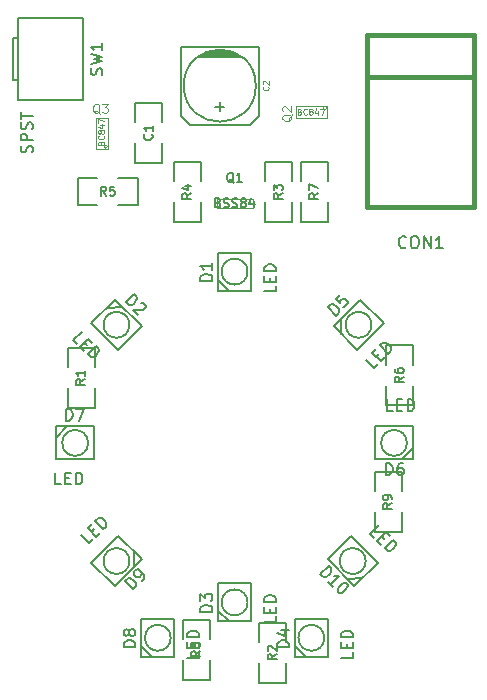
<source format=gto>
G04 (created by PCBNEW (2013-07-07 BZR 4022)-stable) date 7.12.2014. 23:29:36*
%MOIN*%
G04 Gerber Fmt 3.4, Leading zero omitted, Abs format*
%FSLAX34Y34*%
G01*
G70*
G90*
G04 APERTURE LIST*
%ADD10C,0.00590551*%
%ADD11C,0.0031*%
%ADD12C,0.005*%
%ADD13C,0.015*%
%ADD14C,0.0047*%
%ADD15C,0.0039*%
%ADD16C,0.008*%
%ADD17C,0.0051*%
G04 APERTURE END LIST*
G54D10*
G54D11*
X12995Y-10994D02*
G75*
G03X12995Y-10994I-62J0D01*
G74*
G01*
X12595Y-10031D02*
X12995Y-10031D01*
X12595Y-11056D02*
X12995Y-11056D01*
X12995Y-10031D02*
X12995Y-11056D01*
X12595Y-11056D02*
X12595Y-10031D01*
X20309Y-9704D02*
G75*
G03X20309Y-9704I-62J0D01*
G74*
G01*
X19283Y-10042D02*
X19283Y-9642D01*
X20308Y-10042D02*
X20308Y-9642D01*
X19283Y-9642D02*
X20308Y-9642D01*
X20308Y-10042D02*
X19283Y-10042D01*
G54D12*
X14820Y-9531D02*
X13920Y-9531D01*
X13920Y-9531D02*
X13920Y-10181D01*
X14820Y-10881D02*
X14820Y-11531D01*
X14820Y-11531D02*
X13920Y-11531D01*
X13920Y-11531D02*
X13920Y-10881D01*
X14820Y-10181D02*
X14820Y-9531D01*
X21892Y-23834D02*
X22792Y-23834D01*
X22792Y-23834D02*
X22792Y-23184D01*
X21892Y-22484D02*
X21892Y-21834D01*
X21892Y-21834D02*
X22792Y-21834D01*
X22792Y-21834D02*
X22792Y-22484D01*
X21892Y-23184D02*
X21892Y-23834D01*
X15494Y-28755D02*
X16394Y-28755D01*
X16394Y-28755D02*
X16394Y-28105D01*
X15494Y-27405D02*
X15494Y-26755D01*
X15494Y-26755D02*
X16394Y-26755D01*
X16394Y-26755D02*
X16394Y-27405D01*
X15494Y-28105D02*
X15494Y-28755D01*
X22286Y-19602D02*
X23186Y-19602D01*
X23186Y-19602D02*
X23186Y-18952D01*
X22286Y-18252D02*
X22286Y-17602D01*
X22286Y-17602D02*
X23186Y-17602D01*
X23186Y-17602D02*
X23186Y-18252D01*
X22286Y-18952D02*
X22286Y-19602D01*
X18953Y-26854D02*
X18053Y-26854D01*
X18053Y-26854D02*
X18053Y-27504D01*
X18953Y-28204D02*
X18953Y-28854D01*
X18953Y-28854D02*
X18053Y-28854D01*
X18053Y-28854D02*
X18053Y-28204D01*
X18953Y-27504D02*
X18953Y-26854D01*
X12556Y-17700D02*
X11656Y-17700D01*
X11656Y-17700D02*
X11656Y-18350D01*
X12556Y-19050D02*
X12556Y-19700D01*
X12556Y-19700D02*
X11656Y-19700D01*
X11656Y-19700D02*
X11656Y-19050D01*
X12556Y-18350D02*
X12556Y-17700D01*
X19431Y-13500D02*
X20331Y-13500D01*
X20331Y-13500D02*
X20331Y-12850D01*
X19431Y-12150D02*
X19431Y-11500D01*
X19431Y-11500D02*
X20331Y-11500D01*
X20331Y-11500D02*
X20331Y-12150D01*
X19431Y-12850D02*
X19431Y-13500D01*
X18250Y-13500D02*
X19150Y-13500D01*
X19150Y-13500D02*
X19150Y-12850D01*
X18250Y-12150D02*
X18250Y-11500D01*
X18250Y-11500D02*
X19150Y-11500D01*
X19150Y-11500D02*
X19150Y-12150D01*
X18250Y-12850D02*
X18250Y-13500D01*
X15199Y-13500D02*
X16099Y-13500D01*
X16099Y-13500D02*
X16099Y-12850D01*
X15199Y-12150D02*
X15199Y-11500D01*
X15199Y-11500D02*
X16099Y-11500D01*
X16099Y-11500D02*
X16099Y-12150D01*
X15199Y-12850D02*
X15199Y-13500D01*
X13992Y-12950D02*
X13992Y-12050D01*
X13992Y-12050D02*
X13342Y-12050D01*
X12642Y-12950D02*
X11992Y-12950D01*
X11992Y-12950D02*
X11992Y-12050D01*
X11992Y-12050D02*
X12642Y-12050D01*
X13342Y-12950D02*
X13992Y-12950D01*
G54D10*
X17656Y-15157D02*
G75*
G03X17656Y-15157I-431J0D01*
G74*
G01*
X16673Y-15433D02*
X17047Y-15787D01*
X16673Y-14527D02*
X17775Y-14527D01*
X17775Y-14527D02*
X17775Y-15787D01*
X17775Y-15787D02*
X16673Y-15787D01*
X16673Y-15787D02*
X16673Y-14527D01*
X21593Y-24803D02*
G75*
G03X21593Y-24803I-431J0D01*
G74*
G01*
X20966Y-25387D02*
X21481Y-25373D01*
X20326Y-24747D02*
X21105Y-23967D01*
X21105Y-23967D02*
X21996Y-24858D01*
X21996Y-24858D02*
X21217Y-25638D01*
X21217Y-25638D02*
X20326Y-24747D01*
X13719Y-24803D02*
G75*
G03X13719Y-24803I-431J0D01*
G74*
G01*
X13872Y-24998D02*
X13858Y-24483D01*
X13231Y-25638D02*
X12452Y-24858D01*
X12452Y-24858D02*
X13343Y-23967D01*
X13343Y-23967D02*
X14122Y-24747D01*
X14122Y-24747D02*
X13231Y-25638D01*
X15097Y-27362D02*
G75*
G03X15097Y-27362I-431J0D01*
G74*
G01*
X14114Y-27637D02*
X14488Y-27992D01*
X14114Y-26732D02*
X15216Y-26732D01*
X15216Y-26732D02*
X15216Y-27992D01*
X15216Y-27992D02*
X14114Y-27992D01*
X14114Y-27992D02*
X14114Y-26732D01*
X12341Y-20866D02*
G75*
G03X12341Y-20866I-431J0D01*
G74*
G01*
X11633Y-20314D02*
X11279Y-20688D01*
X12539Y-20314D02*
X12539Y-21417D01*
X12539Y-21417D02*
X11279Y-21417D01*
X11279Y-21417D02*
X11279Y-20314D01*
X11279Y-20314D02*
X12539Y-20314D01*
X22971Y-20866D02*
G75*
G03X22971Y-20866I-431J0D01*
G74*
G01*
X22814Y-21417D02*
X23169Y-21043D01*
X21909Y-21417D02*
X21909Y-20314D01*
X21909Y-20314D02*
X23169Y-20314D01*
X23169Y-20314D02*
X23169Y-21417D01*
X23169Y-21417D02*
X21909Y-21417D01*
X21789Y-16929D02*
G75*
G03X21789Y-16929I-431J0D01*
G74*
G01*
X20773Y-16734D02*
X20787Y-17249D01*
X21413Y-16093D02*
X22193Y-16873D01*
X22193Y-16873D02*
X21302Y-17764D01*
X21302Y-17764D02*
X20523Y-16984D01*
X20523Y-16984D02*
X21413Y-16093D01*
X20215Y-27362D02*
G75*
G03X20215Y-27362I-431J0D01*
G74*
G01*
X19232Y-27637D02*
X19606Y-27992D01*
X19232Y-26732D02*
X20334Y-26732D01*
X20334Y-26732D02*
X20334Y-27992D01*
X20334Y-27992D02*
X19232Y-27992D01*
X19232Y-27992D02*
X19232Y-26732D01*
X17656Y-26181D02*
G75*
G03X17656Y-26181I-431J0D01*
G74*
G01*
X16673Y-26456D02*
X17047Y-26811D01*
X16673Y-25551D02*
X17775Y-25551D01*
X17775Y-25551D02*
X17775Y-26811D01*
X17775Y-26811D02*
X16673Y-26811D01*
X16673Y-26811D02*
X16673Y-25551D01*
X13719Y-16929D02*
G75*
G03X13719Y-16929I-431J0D01*
G74*
G01*
X13482Y-16344D02*
X12967Y-16358D01*
X14122Y-16984D02*
X13343Y-17764D01*
X13343Y-17764D02*
X12452Y-16873D01*
X12452Y-16873D02*
X13231Y-16093D01*
X13231Y-16093D02*
X14122Y-16984D01*
G54D13*
X25197Y-8661D02*
X21653Y-8661D01*
X25197Y-7283D02*
X21653Y-7283D01*
X21653Y-7283D02*
X21653Y-12992D01*
X21653Y-12992D02*
X25197Y-12992D01*
X25197Y-12992D02*
X25197Y-7283D01*
G54D10*
X10019Y-7362D02*
X9822Y-7362D01*
X9822Y-7362D02*
X9822Y-8779D01*
X9822Y-8779D02*
X10019Y-8779D01*
X10019Y-6692D02*
X10019Y-9448D01*
X10019Y-9448D02*
X12165Y-9448D01*
X12165Y-9448D02*
X12165Y-6692D01*
X12165Y-6692D02*
X10019Y-6692D01*
G54D14*
X16624Y-12743D02*
X17824Y-12743D01*
X17824Y-12743D02*
X17824Y-13043D01*
X17824Y-13043D02*
X16624Y-13043D01*
X16624Y-13043D02*
X16624Y-12743D01*
G54D12*
X17032Y-7806D02*
X16432Y-7806D01*
X16282Y-7856D02*
X17182Y-7856D01*
X17282Y-7906D02*
X16182Y-7906D01*
X16082Y-7956D02*
X17382Y-7956D01*
X17432Y-8006D02*
X16032Y-8006D01*
X17932Y-8956D02*
G75*
G03X17932Y-8956I-1200J0D01*
G74*
G01*
X18032Y-7656D02*
X15432Y-7656D01*
X15432Y-7656D02*
X15432Y-9956D01*
X15432Y-9956D02*
X15732Y-10256D01*
X15732Y-10256D02*
X17732Y-10256D01*
X17732Y-10256D02*
X18032Y-9956D01*
X18032Y-9956D02*
X18032Y-7656D01*
X16732Y-9806D02*
X16732Y-9506D01*
X16882Y-9656D02*
X16582Y-9656D01*
G54D14*
X12727Y-9894D02*
X12699Y-9880D01*
X12670Y-9851D01*
X12627Y-9808D01*
X12599Y-9794D01*
X12570Y-9794D01*
X12584Y-9865D02*
X12556Y-9851D01*
X12527Y-9823D01*
X12513Y-9765D01*
X12513Y-9665D01*
X12527Y-9608D01*
X12556Y-9580D01*
X12584Y-9565D01*
X12641Y-9565D01*
X12670Y-9580D01*
X12699Y-9608D01*
X12713Y-9665D01*
X12713Y-9765D01*
X12699Y-9823D01*
X12670Y-9851D01*
X12641Y-9865D01*
X12584Y-9865D01*
X12813Y-9565D02*
X12999Y-9565D01*
X12899Y-9680D01*
X12941Y-9680D01*
X12970Y-9694D01*
X12984Y-9708D01*
X12999Y-9737D01*
X12999Y-9808D01*
X12984Y-9837D01*
X12970Y-9851D01*
X12941Y-9865D01*
X12856Y-9865D01*
X12827Y-9851D01*
X12813Y-9837D01*
G54D15*
X12771Y-10872D02*
X12781Y-10844D01*
X12790Y-10834D01*
X12809Y-10825D01*
X12837Y-10825D01*
X12856Y-10834D01*
X12865Y-10844D01*
X12875Y-10862D01*
X12875Y-10938D01*
X12678Y-10938D01*
X12678Y-10872D01*
X12687Y-10853D01*
X12696Y-10844D01*
X12715Y-10834D01*
X12734Y-10834D01*
X12753Y-10844D01*
X12762Y-10853D01*
X12771Y-10872D01*
X12771Y-10938D01*
X12856Y-10628D02*
X12865Y-10637D01*
X12875Y-10665D01*
X12875Y-10684D01*
X12865Y-10712D01*
X12846Y-10731D01*
X12828Y-10741D01*
X12790Y-10750D01*
X12762Y-10750D01*
X12724Y-10741D01*
X12706Y-10731D01*
X12687Y-10712D01*
X12678Y-10684D01*
X12678Y-10665D01*
X12687Y-10637D01*
X12696Y-10628D01*
X12762Y-10515D02*
X12753Y-10534D01*
X12743Y-10544D01*
X12724Y-10553D01*
X12715Y-10553D01*
X12696Y-10544D01*
X12687Y-10534D01*
X12678Y-10515D01*
X12678Y-10478D01*
X12687Y-10459D01*
X12696Y-10450D01*
X12715Y-10440D01*
X12724Y-10440D01*
X12743Y-10450D01*
X12753Y-10459D01*
X12762Y-10478D01*
X12762Y-10515D01*
X12771Y-10534D01*
X12781Y-10544D01*
X12799Y-10553D01*
X12837Y-10553D01*
X12856Y-10544D01*
X12865Y-10534D01*
X12875Y-10515D01*
X12875Y-10478D01*
X12865Y-10459D01*
X12856Y-10450D01*
X12837Y-10440D01*
X12799Y-10440D01*
X12781Y-10450D01*
X12771Y-10459D01*
X12762Y-10478D01*
X12743Y-10271D02*
X12875Y-10271D01*
X12668Y-10318D02*
X12809Y-10365D01*
X12809Y-10243D01*
X12678Y-10187D02*
X12678Y-10056D01*
X12875Y-10140D01*
G54D14*
X19146Y-9910D02*
X19132Y-9938D01*
X19103Y-9967D01*
X19060Y-10010D01*
X19046Y-10038D01*
X19046Y-10067D01*
X19117Y-10052D02*
X19103Y-10081D01*
X19075Y-10110D01*
X19017Y-10124D01*
X18917Y-10124D01*
X18860Y-10110D01*
X18832Y-10081D01*
X18817Y-10052D01*
X18817Y-9995D01*
X18832Y-9967D01*
X18860Y-9938D01*
X18917Y-9924D01*
X19017Y-9924D01*
X19075Y-9938D01*
X19103Y-9967D01*
X19117Y-9995D01*
X19117Y-10052D01*
X18846Y-9810D02*
X18832Y-9795D01*
X18817Y-9767D01*
X18817Y-9695D01*
X18832Y-9667D01*
X18846Y-9652D01*
X18875Y-9638D01*
X18903Y-9638D01*
X18946Y-9652D01*
X19117Y-9824D01*
X19117Y-9638D01*
G54D15*
X19392Y-9819D02*
X19420Y-9828D01*
X19430Y-9837D01*
X19439Y-9856D01*
X19439Y-9884D01*
X19430Y-9903D01*
X19420Y-9912D01*
X19401Y-9922D01*
X19326Y-9922D01*
X19326Y-9725D01*
X19392Y-9725D01*
X19411Y-9734D01*
X19420Y-9744D01*
X19430Y-9762D01*
X19430Y-9781D01*
X19420Y-9800D01*
X19411Y-9809D01*
X19392Y-9819D01*
X19326Y-9819D01*
X19636Y-9903D02*
X19627Y-9912D01*
X19598Y-9922D01*
X19580Y-9922D01*
X19552Y-9912D01*
X19533Y-9894D01*
X19523Y-9875D01*
X19514Y-9837D01*
X19514Y-9809D01*
X19523Y-9772D01*
X19533Y-9753D01*
X19552Y-9734D01*
X19580Y-9725D01*
X19598Y-9725D01*
X19627Y-9734D01*
X19636Y-9744D01*
X19749Y-9809D02*
X19730Y-9800D01*
X19720Y-9790D01*
X19711Y-9772D01*
X19711Y-9762D01*
X19720Y-9744D01*
X19730Y-9734D01*
X19749Y-9725D01*
X19786Y-9725D01*
X19805Y-9734D01*
X19814Y-9744D01*
X19824Y-9762D01*
X19824Y-9772D01*
X19814Y-9790D01*
X19805Y-9800D01*
X19786Y-9809D01*
X19749Y-9809D01*
X19730Y-9819D01*
X19720Y-9828D01*
X19711Y-9847D01*
X19711Y-9884D01*
X19720Y-9903D01*
X19730Y-9912D01*
X19749Y-9922D01*
X19786Y-9922D01*
X19805Y-9912D01*
X19814Y-9903D01*
X19824Y-9884D01*
X19824Y-9847D01*
X19814Y-9828D01*
X19805Y-9819D01*
X19786Y-9809D01*
X19992Y-9790D02*
X19992Y-9922D01*
X19946Y-9715D02*
X19899Y-9856D01*
X20021Y-9856D01*
X20077Y-9725D02*
X20208Y-9725D01*
X20124Y-9922D01*
G54D12*
X14462Y-10581D02*
X14477Y-10595D01*
X14491Y-10638D01*
X14491Y-10667D01*
X14477Y-10710D01*
X14448Y-10738D01*
X14420Y-10752D01*
X14362Y-10767D01*
X14320Y-10767D01*
X14262Y-10752D01*
X14234Y-10738D01*
X14205Y-10710D01*
X14191Y-10667D01*
X14191Y-10638D01*
X14205Y-10595D01*
X14220Y-10581D01*
X14491Y-10295D02*
X14491Y-10467D01*
X14491Y-10381D02*
X14191Y-10381D01*
X14234Y-10410D01*
X14262Y-10438D01*
X14277Y-10467D01*
X22463Y-22884D02*
X22321Y-22984D01*
X22463Y-23056D02*
X22163Y-23056D01*
X22163Y-22941D01*
X22178Y-22913D01*
X22192Y-22898D01*
X22221Y-22884D01*
X22263Y-22884D01*
X22292Y-22898D01*
X22306Y-22913D01*
X22321Y-22941D01*
X22321Y-23056D01*
X22463Y-22741D02*
X22463Y-22684D01*
X22449Y-22656D01*
X22435Y-22641D01*
X22392Y-22613D01*
X22335Y-22598D01*
X22221Y-22598D01*
X22192Y-22613D01*
X22178Y-22627D01*
X22163Y-22656D01*
X22163Y-22713D01*
X22178Y-22741D01*
X22192Y-22756D01*
X22221Y-22770D01*
X22292Y-22770D01*
X22321Y-22756D01*
X22335Y-22741D01*
X22349Y-22713D01*
X22349Y-22656D01*
X22335Y-22627D01*
X22321Y-22613D01*
X22292Y-22598D01*
X16066Y-27805D02*
X15923Y-27905D01*
X16066Y-27977D02*
X15766Y-27977D01*
X15766Y-27863D01*
X15780Y-27834D01*
X15794Y-27820D01*
X15823Y-27805D01*
X15866Y-27805D01*
X15894Y-27820D01*
X15909Y-27834D01*
X15923Y-27863D01*
X15923Y-27977D01*
X15894Y-27634D02*
X15880Y-27663D01*
X15866Y-27677D01*
X15837Y-27691D01*
X15823Y-27691D01*
X15794Y-27677D01*
X15780Y-27663D01*
X15766Y-27634D01*
X15766Y-27577D01*
X15780Y-27548D01*
X15794Y-27534D01*
X15823Y-27520D01*
X15837Y-27520D01*
X15866Y-27534D01*
X15880Y-27548D01*
X15894Y-27577D01*
X15894Y-27634D01*
X15909Y-27663D01*
X15923Y-27677D01*
X15952Y-27691D01*
X16009Y-27691D01*
X16037Y-27677D01*
X16052Y-27663D01*
X16066Y-27634D01*
X16066Y-27577D01*
X16052Y-27548D01*
X16037Y-27534D01*
X16009Y-27520D01*
X15952Y-27520D01*
X15923Y-27534D01*
X15909Y-27548D01*
X15894Y-27577D01*
X22857Y-18652D02*
X22714Y-18752D01*
X22857Y-18823D02*
X22557Y-18823D01*
X22557Y-18709D01*
X22571Y-18680D01*
X22586Y-18666D01*
X22614Y-18652D01*
X22657Y-18652D01*
X22686Y-18666D01*
X22700Y-18680D01*
X22714Y-18709D01*
X22714Y-18823D01*
X22557Y-18395D02*
X22557Y-18452D01*
X22571Y-18480D01*
X22586Y-18495D01*
X22629Y-18523D01*
X22686Y-18538D01*
X22800Y-18538D01*
X22829Y-18523D01*
X22843Y-18509D01*
X22857Y-18480D01*
X22857Y-18423D01*
X22843Y-18395D01*
X22829Y-18380D01*
X22800Y-18366D01*
X22729Y-18366D01*
X22700Y-18380D01*
X22686Y-18395D01*
X22671Y-18423D01*
X22671Y-18480D01*
X22686Y-18509D01*
X22700Y-18523D01*
X22729Y-18538D01*
X18625Y-27904D02*
X18482Y-28004D01*
X18625Y-28075D02*
X18325Y-28075D01*
X18325Y-27961D01*
X18339Y-27932D01*
X18353Y-27918D01*
X18382Y-27904D01*
X18425Y-27904D01*
X18453Y-27918D01*
X18468Y-27932D01*
X18482Y-27961D01*
X18482Y-28075D01*
X18353Y-27790D02*
X18339Y-27775D01*
X18325Y-27747D01*
X18325Y-27675D01*
X18339Y-27647D01*
X18353Y-27632D01*
X18382Y-27618D01*
X18411Y-27618D01*
X18453Y-27632D01*
X18625Y-27804D01*
X18625Y-27618D01*
X12227Y-18750D02*
X12084Y-18850D01*
X12227Y-18922D02*
X11927Y-18922D01*
X11927Y-18807D01*
X11942Y-18779D01*
X11956Y-18765D01*
X11984Y-18750D01*
X12027Y-18750D01*
X12056Y-18765D01*
X12070Y-18779D01*
X12084Y-18807D01*
X12084Y-18922D01*
X12227Y-18465D02*
X12227Y-18636D01*
X12227Y-18550D02*
X11927Y-18550D01*
X11970Y-18579D01*
X11999Y-18607D01*
X12013Y-18636D01*
X20003Y-12550D02*
X19860Y-12650D01*
X20003Y-12721D02*
X19703Y-12721D01*
X19703Y-12607D01*
X19717Y-12578D01*
X19731Y-12564D01*
X19760Y-12550D01*
X19803Y-12550D01*
X19831Y-12564D01*
X19846Y-12578D01*
X19860Y-12607D01*
X19860Y-12721D01*
X19703Y-12450D02*
X19703Y-12250D01*
X20003Y-12378D01*
X18822Y-12550D02*
X18679Y-12650D01*
X18822Y-12721D02*
X18522Y-12721D01*
X18522Y-12607D01*
X18536Y-12578D01*
X18550Y-12564D01*
X18579Y-12550D01*
X18622Y-12550D01*
X18650Y-12564D01*
X18665Y-12578D01*
X18679Y-12607D01*
X18679Y-12721D01*
X18522Y-12450D02*
X18522Y-12264D01*
X18636Y-12364D01*
X18636Y-12321D01*
X18650Y-12292D01*
X18665Y-12278D01*
X18693Y-12264D01*
X18765Y-12264D01*
X18793Y-12278D01*
X18807Y-12292D01*
X18822Y-12321D01*
X18822Y-12407D01*
X18807Y-12435D01*
X18793Y-12450D01*
X15771Y-12550D02*
X15628Y-12650D01*
X15771Y-12721D02*
X15471Y-12721D01*
X15471Y-12607D01*
X15485Y-12578D01*
X15499Y-12564D01*
X15528Y-12550D01*
X15571Y-12550D01*
X15599Y-12564D01*
X15613Y-12578D01*
X15628Y-12607D01*
X15628Y-12721D01*
X15571Y-12292D02*
X15771Y-12292D01*
X15456Y-12364D02*
X15671Y-12435D01*
X15671Y-12250D01*
X12942Y-12621D02*
X12842Y-12478D01*
X12770Y-12621D02*
X12770Y-12321D01*
X12884Y-12321D01*
X12913Y-12335D01*
X12927Y-12350D01*
X12942Y-12378D01*
X12942Y-12421D01*
X12927Y-12450D01*
X12913Y-12464D01*
X12884Y-12478D01*
X12770Y-12478D01*
X13213Y-12321D02*
X13070Y-12321D01*
X13056Y-12464D01*
X13070Y-12450D01*
X13099Y-12435D01*
X13170Y-12435D01*
X13199Y-12450D01*
X13213Y-12464D01*
X13227Y-12492D01*
X13227Y-12564D01*
X13213Y-12592D01*
X13199Y-12607D01*
X13170Y-12621D01*
X13099Y-12621D01*
X13070Y-12607D01*
X13056Y-12592D01*
G54D10*
X16478Y-15467D02*
X16084Y-15467D01*
X16084Y-15374D01*
X16103Y-15317D01*
X16140Y-15280D01*
X16178Y-15261D01*
X16253Y-15242D01*
X16309Y-15242D01*
X16384Y-15261D01*
X16422Y-15280D01*
X16459Y-15317D01*
X16478Y-15374D01*
X16478Y-15467D01*
X16478Y-14867D02*
X16478Y-15092D01*
X16478Y-14980D02*
X16084Y-14980D01*
X16140Y-15017D01*
X16178Y-15055D01*
X16197Y-15092D01*
X18604Y-15627D02*
X18604Y-15814D01*
X18210Y-15814D01*
X18398Y-15495D02*
X18398Y-15364D01*
X18604Y-15308D02*
X18604Y-15495D01*
X18210Y-15495D01*
X18210Y-15308D01*
X18604Y-15139D02*
X18210Y-15139D01*
X18210Y-15045D01*
X18229Y-14989D01*
X18266Y-14952D01*
X18304Y-14933D01*
X18379Y-14914D01*
X18435Y-14914D01*
X18510Y-14933D01*
X18547Y-14952D01*
X18585Y-14989D01*
X18604Y-15045D01*
X18604Y-15139D01*
X20084Y-25232D02*
X20362Y-24953D01*
X20428Y-25019D01*
X20455Y-25072D01*
X20455Y-25125D01*
X20442Y-25165D01*
X20402Y-25232D01*
X20362Y-25271D01*
X20296Y-25311D01*
X20256Y-25324D01*
X20203Y-25324D01*
X20150Y-25298D01*
X20084Y-25232D01*
X20508Y-25656D02*
X20349Y-25497D01*
X20428Y-25576D02*
X20707Y-25298D01*
X20641Y-25311D01*
X20588Y-25311D01*
X20548Y-25298D01*
X20959Y-25550D02*
X20985Y-25576D01*
X20999Y-25616D01*
X20999Y-25642D01*
X20985Y-25682D01*
X20945Y-25749D01*
X20879Y-25815D01*
X20813Y-25855D01*
X20773Y-25868D01*
X20747Y-25868D01*
X20707Y-25855D01*
X20680Y-25828D01*
X20667Y-25788D01*
X20667Y-25762D01*
X20680Y-25722D01*
X20720Y-25656D01*
X20786Y-25589D01*
X20853Y-25550D01*
X20892Y-25536D01*
X20919Y-25536D01*
X20959Y-25550D01*
X21885Y-24026D02*
X21753Y-23894D01*
X22031Y-23616D01*
X22124Y-23973D02*
X22217Y-24066D01*
X22111Y-24252D02*
X21978Y-24119D01*
X22257Y-23841D01*
X22389Y-23973D01*
X22230Y-24371D02*
X22508Y-24093D01*
X22575Y-24159D01*
X22601Y-24212D01*
X22601Y-24265D01*
X22588Y-24305D01*
X22548Y-24371D01*
X22508Y-24411D01*
X22442Y-24451D01*
X22402Y-24464D01*
X22349Y-24464D01*
X22296Y-24437D01*
X22230Y-24371D01*
X13848Y-25747D02*
X13570Y-25469D01*
X13636Y-25403D01*
X13689Y-25376D01*
X13742Y-25376D01*
X13782Y-25389D01*
X13848Y-25429D01*
X13888Y-25469D01*
X13928Y-25535D01*
X13941Y-25575D01*
X13941Y-25628D01*
X13915Y-25681D01*
X13848Y-25747D01*
X14140Y-25456D02*
X14193Y-25403D01*
X14206Y-25363D01*
X14206Y-25336D01*
X14193Y-25270D01*
X14153Y-25204D01*
X14047Y-25098D01*
X14007Y-25084D01*
X13981Y-25084D01*
X13941Y-25098D01*
X13888Y-25151D01*
X13875Y-25190D01*
X13875Y-25217D01*
X13888Y-25257D01*
X13954Y-25323D01*
X13994Y-25336D01*
X14021Y-25336D01*
X14060Y-25323D01*
X14113Y-25270D01*
X14127Y-25230D01*
X14127Y-25204D01*
X14113Y-25164D01*
X12511Y-24078D02*
X12378Y-24211D01*
X12100Y-23932D01*
X12458Y-23840D02*
X12550Y-23747D01*
X12736Y-23853D02*
X12604Y-23985D01*
X12325Y-23707D01*
X12458Y-23574D01*
X12855Y-23734D02*
X12577Y-23455D01*
X12643Y-23389D01*
X12696Y-23362D01*
X12749Y-23362D01*
X12789Y-23376D01*
X12855Y-23415D01*
X12895Y-23455D01*
X12935Y-23521D01*
X12948Y-23561D01*
X12948Y-23614D01*
X12922Y-23667D01*
X12855Y-23734D01*
X13919Y-27672D02*
X13525Y-27672D01*
X13525Y-27578D01*
X13544Y-27522D01*
X13581Y-27485D01*
X13619Y-27466D01*
X13694Y-27447D01*
X13750Y-27447D01*
X13825Y-27466D01*
X13862Y-27485D01*
X13900Y-27522D01*
X13919Y-27578D01*
X13919Y-27672D01*
X13694Y-27222D02*
X13675Y-27260D01*
X13656Y-27278D01*
X13619Y-27297D01*
X13600Y-27297D01*
X13562Y-27278D01*
X13544Y-27260D01*
X13525Y-27222D01*
X13525Y-27147D01*
X13544Y-27110D01*
X13562Y-27091D01*
X13600Y-27072D01*
X13619Y-27072D01*
X13656Y-27091D01*
X13675Y-27110D01*
X13694Y-27147D01*
X13694Y-27222D01*
X13712Y-27260D01*
X13731Y-27278D01*
X13769Y-27297D01*
X13844Y-27297D01*
X13881Y-27278D01*
X13900Y-27260D01*
X13919Y-27222D01*
X13919Y-27147D01*
X13900Y-27110D01*
X13881Y-27091D01*
X13844Y-27072D01*
X13769Y-27072D01*
X13731Y-27091D01*
X13712Y-27110D01*
X13694Y-27147D01*
X16045Y-27831D02*
X16045Y-28019D01*
X15651Y-28019D01*
X15838Y-27700D02*
X15838Y-27569D01*
X16045Y-27513D02*
X16045Y-27700D01*
X15651Y-27700D01*
X15651Y-27513D01*
X16045Y-27344D02*
X15651Y-27344D01*
X15651Y-27250D01*
X15670Y-27194D01*
X15707Y-27156D01*
X15745Y-27138D01*
X15820Y-27119D01*
X15876Y-27119D01*
X15951Y-27138D01*
X15988Y-27156D01*
X16026Y-27194D01*
X16045Y-27250D01*
X16045Y-27344D01*
X11599Y-20119D02*
X11599Y-19726D01*
X11692Y-19726D01*
X11749Y-19745D01*
X11786Y-19782D01*
X11805Y-19820D01*
X11824Y-19895D01*
X11824Y-19951D01*
X11805Y-20026D01*
X11786Y-20063D01*
X11749Y-20101D01*
X11692Y-20119D01*
X11599Y-20119D01*
X11955Y-19726D02*
X12217Y-19726D01*
X12049Y-20119D01*
X11439Y-22245D02*
X11252Y-22245D01*
X11252Y-21852D01*
X11571Y-22039D02*
X11702Y-22039D01*
X11758Y-22245D02*
X11571Y-22245D01*
X11571Y-21852D01*
X11758Y-21852D01*
X11927Y-22245D02*
X11927Y-21852D01*
X12020Y-21852D01*
X12077Y-21871D01*
X12114Y-21908D01*
X12133Y-21946D01*
X12152Y-22020D01*
X12152Y-22077D01*
X12133Y-22152D01*
X12114Y-22189D01*
X12077Y-22227D01*
X12020Y-22245D01*
X11927Y-22245D01*
X22268Y-21931D02*
X22268Y-21537D01*
X22362Y-21537D01*
X22418Y-21556D01*
X22455Y-21593D01*
X22474Y-21631D01*
X22493Y-21706D01*
X22493Y-21762D01*
X22474Y-21837D01*
X22455Y-21874D01*
X22418Y-21912D01*
X22362Y-21931D01*
X22268Y-21931D01*
X22830Y-21537D02*
X22755Y-21537D01*
X22718Y-21556D01*
X22699Y-21574D01*
X22662Y-21631D01*
X22643Y-21706D01*
X22643Y-21856D01*
X22662Y-21893D01*
X22680Y-21912D01*
X22718Y-21931D01*
X22793Y-21931D01*
X22830Y-21912D01*
X22849Y-21893D01*
X22868Y-21856D01*
X22868Y-21762D01*
X22849Y-21724D01*
X22830Y-21706D01*
X22793Y-21687D01*
X22718Y-21687D01*
X22680Y-21706D01*
X22662Y-21724D01*
X22643Y-21762D01*
X22502Y-19805D02*
X22315Y-19805D01*
X22315Y-19411D01*
X22634Y-19598D02*
X22765Y-19598D01*
X22821Y-19805D02*
X22634Y-19805D01*
X22634Y-19411D01*
X22821Y-19411D01*
X22990Y-19805D02*
X22990Y-19411D01*
X23083Y-19411D01*
X23140Y-19430D01*
X23177Y-19467D01*
X23196Y-19505D01*
X23215Y-19580D01*
X23215Y-19636D01*
X23196Y-19711D01*
X23177Y-19748D01*
X23140Y-19786D01*
X23083Y-19805D01*
X22990Y-19805D01*
X20611Y-16620D02*
X20332Y-16342D01*
X20399Y-16276D01*
X20452Y-16249D01*
X20505Y-16249D01*
X20544Y-16262D01*
X20611Y-16302D01*
X20651Y-16342D01*
X20690Y-16408D01*
X20704Y-16448D01*
X20704Y-16501D01*
X20677Y-16554D01*
X20611Y-16620D01*
X20743Y-15931D02*
X20611Y-16064D01*
X20730Y-16209D01*
X20730Y-16183D01*
X20743Y-16143D01*
X20810Y-16077D01*
X20849Y-16064D01*
X20876Y-16064D01*
X20916Y-16077D01*
X20982Y-16143D01*
X20995Y-16183D01*
X20995Y-16209D01*
X20982Y-16249D01*
X20916Y-16316D01*
X20876Y-16329D01*
X20849Y-16329D01*
X22001Y-18236D02*
X21869Y-18369D01*
X21590Y-18091D01*
X21948Y-17998D02*
X22041Y-17905D01*
X22227Y-18011D02*
X22094Y-18144D01*
X21816Y-17865D01*
X21948Y-17733D01*
X22346Y-17892D02*
X22068Y-17613D01*
X22134Y-17547D01*
X22187Y-17521D01*
X22240Y-17521D01*
X22280Y-17534D01*
X22346Y-17574D01*
X22386Y-17613D01*
X22426Y-17680D01*
X22439Y-17719D01*
X22439Y-17772D01*
X22412Y-17825D01*
X22346Y-17892D01*
X19037Y-27672D02*
X18643Y-27672D01*
X18643Y-27578D01*
X18662Y-27522D01*
X18699Y-27485D01*
X18737Y-27466D01*
X18812Y-27447D01*
X18868Y-27447D01*
X18943Y-27466D01*
X18981Y-27485D01*
X19018Y-27522D01*
X19037Y-27578D01*
X19037Y-27672D01*
X18774Y-27110D02*
X19037Y-27110D01*
X18624Y-27203D02*
X18906Y-27297D01*
X18906Y-27053D01*
X21163Y-27831D02*
X21163Y-28019D01*
X20769Y-28019D01*
X20957Y-27700D02*
X20957Y-27569D01*
X21163Y-27513D02*
X21163Y-27700D01*
X20769Y-27700D01*
X20769Y-27513D01*
X21163Y-27344D02*
X20769Y-27344D01*
X20769Y-27250D01*
X20788Y-27194D01*
X20825Y-27156D01*
X20863Y-27138D01*
X20938Y-27119D01*
X20994Y-27119D01*
X21069Y-27138D01*
X21107Y-27156D01*
X21144Y-27194D01*
X21163Y-27250D01*
X21163Y-27344D01*
X16478Y-26491D02*
X16084Y-26491D01*
X16084Y-26397D01*
X16103Y-26341D01*
X16140Y-26303D01*
X16178Y-26285D01*
X16253Y-26266D01*
X16309Y-26266D01*
X16384Y-26285D01*
X16422Y-26303D01*
X16459Y-26341D01*
X16478Y-26397D01*
X16478Y-26491D01*
X16084Y-26135D02*
X16084Y-25891D01*
X16234Y-26022D01*
X16234Y-25966D01*
X16253Y-25928D01*
X16272Y-25910D01*
X16309Y-25891D01*
X16403Y-25891D01*
X16440Y-25910D01*
X16459Y-25928D01*
X16478Y-25966D01*
X16478Y-26078D01*
X16459Y-26116D01*
X16440Y-26135D01*
X18604Y-26650D02*
X18604Y-26838D01*
X18210Y-26838D01*
X18398Y-26519D02*
X18398Y-26388D01*
X18604Y-26332D02*
X18604Y-26519D01*
X18210Y-26519D01*
X18210Y-26332D01*
X18604Y-26163D02*
X18210Y-26163D01*
X18210Y-26069D01*
X18229Y-26013D01*
X18266Y-25975D01*
X18304Y-25957D01*
X18379Y-25938D01*
X18435Y-25938D01*
X18510Y-25957D01*
X18547Y-25975D01*
X18585Y-26013D01*
X18604Y-26069D01*
X18604Y-26163D01*
X13595Y-16182D02*
X13874Y-15903D01*
X13940Y-15970D01*
X13966Y-16023D01*
X13966Y-16076D01*
X13953Y-16115D01*
X13913Y-16182D01*
X13874Y-16221D01*
X13807Y-16261D01*
X13767Y-16274D01*
X13714Y-16274D01*
X13661Y-16248D01*
X13595Y-16182D01*
X14112Y-16195D02*
X14139Y-16195D01*
X14178Y-16208D01*
X14245Y-16274D01*
X14258Y-16314D01*
X14258Y-16341D01*
X14245Y-16380D01*
X14218Y-16407D01*
X14165Y-16434D01*
X13847Y-16434D01*
X14019Y-16606D01*
X11979Y-17572D02*
X11847Y-17440D01*
X12125Y-17161D01*
X12218Y-17519D02*
X12311Y-17612D01*
X12205Y-17798D02*
X12072Y-17665D01*
X12350Y-17387D01*
X12483Y-17519D01*
X12324Y-17917D02*
X12602Y-17639D01*
X12668Y-17705D01*
X12695Y-17758D01*
X12695Y-17811D01*
X12682Y-17851D01*
X12642Y-17917D01*
X12602Y-17957D01*
X12536Y-17996D01*
X12496Y-18010D01*
X12443Y-18010D01*
X12390Y-17983D01*
X12324Y-17917D01*
G54D16*
X22939Y-14336D02*
X22920Y-14355D01*
X22863Y-14374D01*
X22825Y-14374D01*
X22768Y-14355D01*
X22729Y-14316D01*
X22710Y-14278D01*
X22691Y-14202D01*
X22691Y-14145D01*
X22710Y-14069D01*
X22729Y-14031D01*
X22768Y-13993D01*
X22825Y-13974D01*
X22863Y-13974D01*
X22920Y-13993D01*
X22939Y-14012D01*
X23187Y-13974D02*
X23263Y-13974D01*
X23301Y-13993D01*
X23339Y-14031D01*
X23358Y-14107D01*
X23358Y-14240D01*
X23339Y-14316D01*
X23301Y-14355D01*
X23263Y-14374D01*
X23187Y-14374D01*
X23149Y-14355D01*
X23110Y-14316D01*
X23091Y-14240D01*
X23091Y-14107D01*
X23110Y-14031D01*
X23149Y-13993D01*
X23187Y-13974D01*
X23529Y-14374D02*
X23529Y-13974D01*
X23758Y-14374D01*
X23758Y-13974D01*
X24158Y-14374D02*
X23929Y-14374D01*
X24044Y-14374D02*
X24044Y-13974D01*
X24006Y-14031D01*
X23968Y-14069D01*
X23929Y-14088D01*
G54D10*
X12798Y-8595D02*
X12816Y-8539D01*
X12816Y-8445D01*
X12798Y-8408D01*
X12779Y-8389D01*
X12741Y-8370D01*
X12704Y-8370D01*
X12666Y-8389D01*
X12648Y-8408D01*
X12629Y-8445D01*
X12610Y-8520D01*
X12591Y-8558D01*
X12573Y-8577D01*
X12535Y-8595D01*
X12498Y-8595D01*
X12460Y-8577D01*
X12441Y-8558D01*
X12423Y-8520D01*
X12423Y-8427D01*
X12441Y-8370D01*
X12423Y-8239D02*
X12816Y-8145D01*
X12535Y-8070D01*
X12816Y-7995D01*
X12423Y-7902D01*
X12816Y-7545D02*
X12816Y-7770D01*
X12816Y-7658D02*
X12423Y-7658D01*
X12479Y-7695D01*
X12516Y-7733D01*
X12535Y-7770D01*
X10475Y-11178D02*
X10494Y-11122D01*
X10494Y-11028D01*
X10475Y-10990D01*
X10456Y-10972D01*
X10419Y-10953D01*
X10381Y-10953D01*
X10344Y-10972D01*
X10325Y-10990D01*
X10306Y-11028D01*
X10287Y-11103D01*
X10269Y-11140D01*
X10250Y-11159D01*
X10212Y-11178D01*
X10175Y-11178D01*
X10137Y-11159D01*
X10119Y-11140D01*
X10100Y-11103D01*
X10100Y-11009D01*
X10119Y-10953D01*
X10494Y-10784D02*
X10100Y-10784D01*
X10100Y-10634D01*
X10119Y-10597D01*
X10137Y-10578D01*
X10175Y-10559D01*
X10231Y-10559D01*
X10269Y-10578D01*
X10287Y-10597D01*
X10306Y-10634D01*
X10306Y-10784D01*
X10475Y-10409D02*
X10494Y-10353D01*
X10494Y-10259D01*
X10475Y-10222D01*
X10456Y-10203D01*
X10419Y-10184D01*
X10381Y-10184D01*
X10344Y-10203D01*
X10325Y-10222D01*
X10306Y-10259D01*
X10287Y-10334D01*
X10269Y-10372D01*
X10250Y-10390D01*
X10212Y-10409D01*
X10175Y-10409D01*
X10137Y-10390D01*
X10119Y-10372D01*
X10100Y-10334D01*
X10100Y-10240D01*
X10119Y-10184D01*
X10100Y-10072D02*
X10100Y-9847D01*
X10494Y-9959D02*
X10100Y-9959D01*
G54D17*
X17195Y-12193D02*
X17167Y-12179D01*
X17138Y-12150D01*
X17095Y-12107D01*
X17067Y-12093D01*
X17038Y-12093D01*
X17052Y-12165D02*
X17024Y-12150D01*
X16995Y-12122D01*
X16981Y-12065D01*
X16981Y-11965D01*
X16995Y-11907D01*
X17024Y-11879D01*
X17052Y-11865D01*
X17110Y-11865D01*
X17138Y-11879D01*
X17167Y-11907D01*
X17181Y-11965D01*
X17181Y-12065D01*
X17167Y-12122D01*
X17138Y-12150D01*
X17110Y-12165D01*
X17052Y-12165D01*
X17467Y-12165D02*
X17295Y-12165D01*
X17381Y-12165D02*
X17381Y-11865D01*
X17352Y-11907D01*
X17324Y-11936D01*
X17295Y-11950D01*
X16674Y-12857D02*
X16717Y-12872D01*
X16731Y-12886D01*
X16745Y-12915D01*
X16745Y-12957D01*
X16731Y-12986D01*
X16717Y-13000D01*
X16688Y-13015D01*
X16574Y-13015D01*
X16574Y-12715D01*
X16674Y-12715D01*
X16702Y-12729D01*
X16717Y-12743D01*
X16731Y-12772D01*
X16731Y-12800D01*
X16717Y-12829D01*
X16702Y-12843D01*
X16674Y-12857D01*
X16574Y-12857D01*
X16860Y-13000D02*
X16902Y-13015D01*
X16974Y-13015D01*
X17002Y-13000D01*
X17017Y-12986D01*
X17031Y-12957D01*
X17031Y-12929D01*
X17017Y-12900D01*
X17002Y-12886D01*
X16974Y-12872D01*
X16917Y-12857D01*
X16888Y-12843D01*
X16874Y-12829D01*
X16860Y-12800D01*
X16860Y-12772D01*
X16874Y-12743D01*
X16888Y-12729D01*
X16917Y-12715D01*
X16988Y-12715D01*
X17031Y-12729D01*
X17145Y-13000D02*
X17188Y-13015D01*
X17260Y-13015D01*
X17288Y-13000D01*
X17302Y-12986D01*
X17317Y-12957D01*
X17317Y-12929D01*
X17302Y-12900D01*
X17288Y-12886D01*
X17260Y-12872D01*
X17202Y-12857D01*
X17174Y-12843D01*
X17160Y-12829D01*
X17145Y-12800D01*
X17145Y-12772D01*
X17160Y-12743D01*
X17174Y-12729D01*
X17202Y-12715D01*
X17274Y-12715D01*
X17317Y-12729D01*
X17488Y-12843D02*
X17460Y-12829D01*
X17445Y-12815D01*
X17431Y-12786D01*
X17431Y-12772D01*
X17445Y-12743D01*
X17460Y-12729D01*
X17488Y-12715D01*
X17545Y-12715D01*
X17574Y-12729D01*
X17588Y-12743D01*
X17602Y-12772D01*
X17602Y-12786D01*
X17588Y-12815D01*
X17574Y-12829D01*
X17545Y-12843D01*
X17488Y-12843D01*
X17460Y-12857D01*
X17445Y-12872D01*
X17431Y-12900D01*
X17431Y-12957D01*
X17445Y-12986D01*
X17460Y-13000D01*
X17488Y-13015D01*
X17545Y-13015D01*
X17574Y-13000D01*
X17588Y-12986D01*
X17602Y-12957D01*
X17602Y-12900D01*
X17588Y-12872D01*
X17574Y-12857D01*
X17545Y-12843D01*
X17860Y-12815D02*
X17860Y-13015D01*
X17788Y-12700D02*
X17717Y-12915D01*
X17902Y-12915D01*
G54D14*
X18343Y-8989D02*
X18352Y-8998D01*
X18362Y-9027D01*
X18362Y-9045D01*
X18352Y-9073D01*
X18333Y-9092D01*
X18315Y-9102D01*
X18277Y-9111D01*
X18249Y-9111D01*
X18211Y-9102D01*
X18193Y-9092D01*
X18174Y-9073D01*
X18165Y-9045D01*
X18165Y-9027D01*
X18174Y-8998D01*
X18183Y-8989D01*
X18183Y-8914D02*
X18174Y-8905D01*
X18165Y-8886D01*
X18165Y-8839D01*
X18174Y-8820D01*
X18183Y-8811D01*
X18202Y-8801D01*
X18221Y-8801D01*
X18249Y-8811D01*
X18362Y-8923D01*
X18362Y-8801D01*
M02*

</source>
